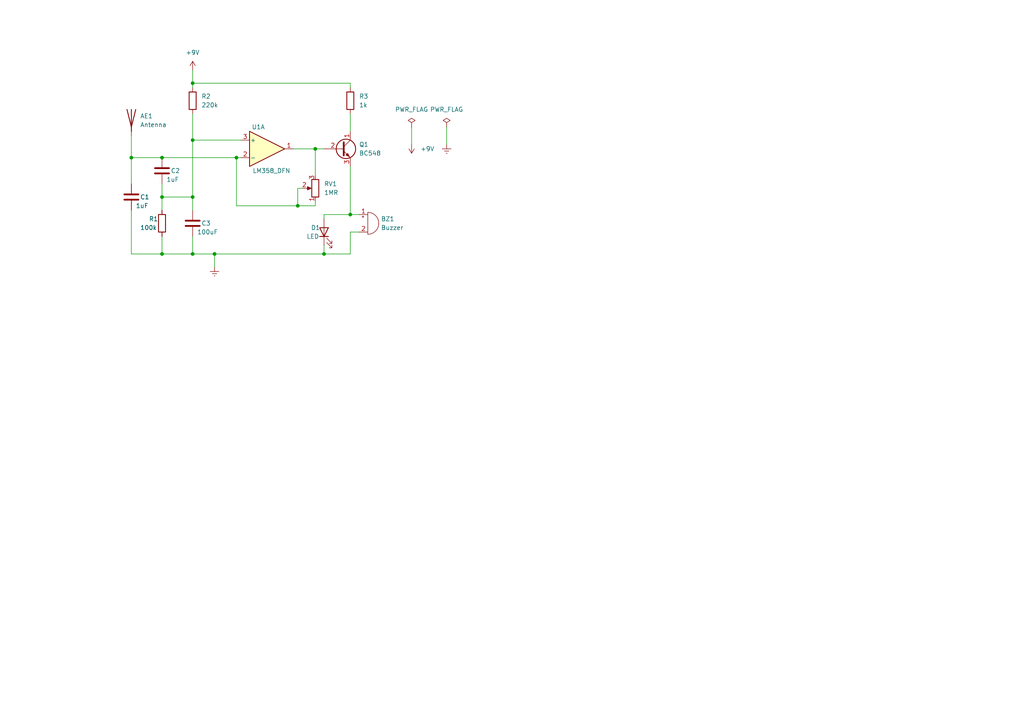
<source format=kicad_sch>
(kicad_sch (version 20211123) (generator eeschema)

  (uuid 81a223d7-708b-4016-85e6-e5edc96fb982)

  (paper "A4")

  (title_block
    (title "Mobile Signal Finder")
    (date "2022-05-07")
    (rev "V1.1.")
    (company "zhrzkn")
  )

  (lib_symbols
    (symbol "Amplifier_Operational:LM358_DFN" (pin_names (offset 0.127)) (in_bom yes) (on_board yes)
      (property "Reference" "U" (id 0) (at 0 5.08 0)
        (effects (font (size 1.27 1.27)) (justify left))
      )
      (property "Value" "LM358_DFN" (id 1) (at 0 -5.08 0)
        (effects (font (size 1.27 1.27)) (justify left))
      )
      (property "Footprint" "Package_DFN_QFN:DFN-8-1EP_2x2mm_P0.5mm_EP1.05x1.75mm" (id 2) (at 0 0 0)
        (effects (font (size 1.27 1.27)) hide)
      )
      (property "Datasheet" "www.st.com/resource/en/datasheet/lm358.pdf" (id 3) (at 0 0 0)
        (effects (font (size 1.27 1.27)) hide)
      )
      (property "ki_locked" "" (id 4) (at 0 0 0)
        (effects (font (size 1.27 1.27)))
      )
      (property "ki_keywords" "dual opamp" (id 5) (at 0 0 0)
        (effects (font (size 1.27 1.27)) hide)
      )
      (property "ki_description" "Low-Power, Dual Operational Amplifiers, DFN-8" (id 6) (at 0 0 0)
        (effects (font (size 1.27 1.27)) hide)
      )
      (property "ki_fp_filters" "DFN*2x2mm*P0.5mm*" (id 7) (at 0 0 0)
        (effects (font (size 1.27 1.27)) hide)
      )
      (symbol "LM358_DFN_1_1"
        (polyline
          (pts
            (xy -5.08 5.08)
            (xy 5.08 0)
            (xy -5.08 -5.08)
            (xy -5.08 5.08)
          )
          (stroke (width 0.254) (type default) (color 0 0 0 0))
          (fill (type background))
        )
        (pin output line (at 7.62 0 180) (length 2.54)
          (name "~" (effects (font (size 1.27 1.27))))
          (number "1" (effects (font (size 1.27 1.27))))
        )
        (pin input line (at -7.62 -2.54 0) (length 2.54)
          (name "-" (effects (font (size 1.27 1.27))))
          (number "2" (effects (font (size 1.27 1.27))))
        )
        (pin input line (at -7.62 2.54 0) (length 2.54)
          (name "+" (effects (font (size 1.27 1.27))))
          (number "3" (effects (font (size 1.27 1.27))))
        )
      )
      (symbol "LM358_DFN_2_1"
        (polyline
          (pts
            (xy -5.08 5.08)
            (xy 5.08 0)
            (xy -5.08 -5.08)
            (xy -5.08 5.08)
          )
          (stroke (width 0.254) (type default) (color 0 0 0 0))
          (fill (type background))
        )
        (pin input line (at -7.62 2.54 0) (length 2.54)
          (name "+" (effects (font (size 1.27 1.27))))
          (number "5" (effects (font (size 1.27 1.27))))
        )
        (pin input line (at -7.62 -2.54 0) (length 2.54)
          (name "-" (effects (font (size 1.27 1.27))))
          (number "6" (effects (font (size 1.27 1.27))))
        )
        (pin output line (at 7.62 0 180) (length 2.54)
          (name "~" (effects (font (size 1.27 1.27))))
          (number "7" (effects (font (size 1.27 1.27))))
        )
      )
      (symbol "LM358_DFN_3_1"
        (pin power_in line (at -2.54 -7.62 90) (length 3.81)
          (name "V-" (effects (font (size 1.27 1.27))))
          (number "4" (effects (font (size 1.27 1.27))))
        )
        (pin power_in line (at -2.54 7.62 270) (length 3.81)
          (name "V+" (effects (font (size 1.27 1.27))))
          (number "8" (effects (font (size 1.27 1.27))))
        )
        (pin power_in line (at 0 -7.62 90) (length 5.08)
          (name "PAD" (effects (font (size 1.27 1.27))))
          (number "9" (effects (font (size 1.27 1.27))))
        )
      )
    )
    (symbol "Device:Antenna" (pin_numbers hide) (pin_names (offset 1.016) hide) (in_bom yes) (on_board yes)
      (property "Reference" "AE" (id 0) (at -1.905 1.905 0)
        (effects (font (size 1.27 1.27)) (justify right))
      )
      (property "Value" "Antenna" (id 1) (at -1.905 0 0)
        (effects (font (size 1.27 1.27)) (justify right))
      )
      (property "Footprint" "" (id 2) (at 0 0 0)
        (effects (font (size 1.27 1.27)) hide)
      )
      (property "Datasheet" "~" (id 3) (at 0 0 0)
        (effects (font (size 1.27 1.27)) hide)
      )
      (property "ki_keywords" "antenna" (id 4) (at 0 0 0)
        (effects (font (size 1.27 1.27)) hide)
      )
      (property "ki_description" "Antenna" (id 5) (at 0 0 0)
        (effects (font (size 1.27 1.27)) hide)
      )
      (symbol "Antenna_0_1"
        (polyline
          (pts
            (xy 0 2.54)
            (xy 0 -3.81)
          )
          (stroke (width 0.254) (type default) (color 0 0 0 0))
          (fill (type none))
        )
        (polyline
          (pts
            (xy 1.27 2.54)
            (xy 0 -2.54)
            (xy -1.27 2.54)
          )
          (stroke (width 0.254) (type default) (color 0 0 0 0))
          (fill (type none))
        )
      )
      (symbol "Antenna_1_1"
        (pin input line (at 0 -5.08 90) (length 2.54)
          (name "A" (effects (font (size 1.27 1.27))))
          (number "1" (effects (font (size 1.27 1.27))))
        )
      )
    )
    (symbol "Device:Buzzer" (pin_names (offset 0.0254) hide) (in_bom yes) (on_board yes)
      (property "Reference" "BZ" (id 0) (at 3.81 1.27 0)
        (effects (font (size 1.27 1.27)) (justify left))
      )
      (property "Value" "Buzzer" (id 1) (at 3.81 -1.27 0)
        (effects (font (size 1.27 1.27)) (justify left))
      )
      (property "Footprint" "" (id 2) (at -0.635 2.54 90)
        (effects (font (size 1.27 1.27)) hide)
      )
      (property "Datasheet" "~" (id 3) (at -0.635 2.54 90)
        (effects (font (size 1.27 1.27)) hide)
      )
      (property "ki_keywords" "quartz resonator ceramic" (id 4) (at 0 0 0)
        (effects (font (size 1.27 1.27)) hide)
      )
      (property "ki_description" "Buzzer, polarized" (id 5) (at 0 0 0)
        (effects (font (size 1.27 1.27)) hide)
      )
      (property "ki_fp_filters" "*Buzzer*" (id 6) (at 0 0 0)
        (effects (font (size 1.27 1.27)) hide)
      )
      (symbol "Buzzer_0_1"
        (arc (start 0 -3.175) (mid 3.175 0) (end 0 3.175)
          (stroke (width 0) (type default) (color 0 0 0 0))
          (fill (type none))
        )
        (polyline
          (pts
            (xy -1.651 1.905)
            (xy -1.143 1.905)
          )
          (stroke (width 0) (type default) (color 0 0 0 0))
          (fill (type none))
        )
        (polyline
          (pts
            (xy -1.397 2.159)
            (xy -1.397 1.651)
          )
          (stroke (width 0) (type default) (color 0 0 0 0))
          (fill (type none))
        )
        (polyline
          (pts
            (xy 0 3.175)
            (xy 0 -3.175)
          )
          (stroke (width 0) (type default) (color 0 0 0 0))
          (fill (type none))
        )
      )
      (symbol "Buzzer_1_1"
        (pin passive line (at -2.54 2.54 0) (length 2.54)
          (name "-" (effects (font (size 1.27 1.27))))
          (number "1" (effects (font (size 1.27 1.27))))
        )
        (pin passive line (at -2.54 -2.54 0) (length 2.54)
          (name "+" (effects (font (size 1.27 1.27))))
          (number "2" (effects (font (size 1.27 1.27))))
        )
      )
    )
    (symbol "Device:C" (pin_numbers hide) (pin_names (offset 0.254)) (in_bom yes) (on_board yes)
      (property "Reference" "C" (id 0) (at 0.635 2.54 0)
        (effects (font (size 1.27 1.27)) (justify left))
      )
      (property "Value" "C" (id 1) (at 0.635 -2.54 0)
        (effects (font (size 1.27 1.27)) (justify left))
      )
      (property "Footprint" "" (id 2) (at 0.9652 -3.81 0)
        (effects (font (size 1.27 1.27)) hide)
      )
      (property "Datasheet" "~" (id 3) (at 0 0 0)
        (effects (font (size 1.27 1.27)) hide)
      )
      (property "ki_keywords" "cap capacitor" (id 4) (at 0 0 0)
        (effects (font (size 1.27 1.27)) hide)
      )
      (property "ki_description" "Unpolarized capacitor" (id 5) (at 0 0 0)
        (effects (font (size 1.27 1.27)) hide)
      )
      (property "ki_fp_filters" "C_*" (id 6) (at 0 0 0)
        (effects (font (size 1.27 1.27)) hide)
      )
      (symbol "C_0_1"
        (polyline
          (pts
            (xy -2.032 -0.762)
            (xy 2.032 -0.762)
          )
          (stroke (width 0.508) (type default) (color 0 0 0 0))
          (fill (type none))
        )
        (polyline
          (pts
            (xy -2.032 0.762)
            (xy 2.032 0.762)
          )
          (stroke (width 0.508) (type default) (color 0 0 0 0))
          (fill (type none))
        )
      )
      (symbol "C_1_1"
        (pin passive line (at 0 3.81 270) (length 2.794)
          (name "~" (effects (font (size 1.27 1.27))))
          (number "1" (effects (font (size 1.27 1.27))))
        )
        (pin passive line (at 0 -3.81 90) (length 2.794)
          (name "~" (effects (font (size 1.27 1.27))))
          (number "2" (effects (font (size 1.27 1.27))))
        )
      )
    )
    (symbol "Device:LED" (pin_numbers hide) (pin_names (offset 1.016) hide) (in_bom yes) (on_board yes)
      (property "Reference" "D" (id 0) (at 0 2.54 0)
        (effects (font (size 1.27 1.27)))
      )
      (property "Value" "LED" (id 1) (at 0 -2.54 0)
        (effects (font (size 1.27 1.27)))
      )
      (property "Footprint" "" (id 2) (at 0 0 0)
        (effects (font (size 1.27 1.27)) hide)
      )
      (property "Datasheet" "~" (id 3) (at 0 0 0)
        (effects (font (size 1.27 1.27)) hide)
      )
      (property "ki_keywords" "LED diode" (id 4) (at 0 0 0)
        (effects (font (size 1.27 1.27)) hide)
      )
      (property "ki_description" "Light emitting diode" (id 5) (at 0 0 0)
        (effects (font (size 1.27 1.27)) hide)
      )
      (property "ki_fp_filters" "LED* LED_SMD:* LED_THT:*" (id 6) (at 0 0 0)
        (effects (font (size 1.27 1.27)) hide)
      )
      (symbol "LED_0_1"
        (polyline
          (pts
            (xy -1.27 -1.27)
            (xy -1.27 1.27)
          )
          (stroke (width 0.254) (type default) (color 0 0 0 0))
          (fill (type none))
        )
        (polyline
          (pts
            (xy -1.27 0)
            (xy 1.27 0)
          )
          (stroke (width 0) (type default) (color 0 0 0 0))
          (fill (type none))
        )
        (polyline
          (pts
            (xy 1.27 -1.27)
            (xy 1.27 1.27)
            (xy -1.27 0)
            (xy 1.27 -1.27)
          )
          (stroke (width 0.254) (type default) (color 0 0 0 0))
          (fill (type none))
        )
        (polyline
          (pts
            (xy -3.048 -0.762)
            (xy -4.572 -2.286)
            (xy -3.81 -2.286)
            (xy -4.572 -2.286)
            (xy -4.572 -1.524)
          )
          (stroke (width 0) (type default) (color 0 0 0 0))
          (fill (type none))
        )
        (polyline
          (pts
            (xy -1.778 -0.762)
            (xy -3.302 -2.286)
            (xy -2.54 -2.286)
            (xy -3.302 -2.286)
            (xy -3.302 -1.524)
          )
          (stroke (width 0) (type default) (color 0 0 0 0))
          (fill (type none))
        )
      )
      (symbol "LED_1_1"
        (pin passive line (at -3.81 0 0) (length 2.54)
          (name "K" (effects (font (size 1.27 1.27))))
          (number "1" (effects (font (size 1.27 1.27))))
        )
        (pin passive line (at 3.81 0 180) (length 2.54)
          (name "A" (effects (font (size 1.27 1.27))))
          (number "2" (effects (font (size 1.27 1.27))))
        )
      )
    )
    (symbol "Device:R" (pin_numbers hide) (pin_names (offset 0)) (in_bom yes) (on_board yes)
      (property "Reference" "R" (id 0) (at 2.032 0 90)
        (effects (font (size 1.27 1.27)))
      )
      (property "Value" "R" (id 1) (at 0 0 90)
        (effects (font (size 1.27 1.27)))
      )
      (property "Footprint" "" (id 2) (at -1.778 0 90)
        (effects (font (size 1.27 1.27)) hide)
      )
      (property "Datasheet" "~" (id 3) (at 0 0 0)
        (effects (font (size 1.27 1.27)) hide)
      )
      (property "ki_keywords" "R res resistor" (id 4) (at 0 0 0)
        (effects (font (size 1.27 1.27)) hide)
      )
      (property "ki_description" "Resistor" (id 5) (at 0 0 0)
        (effects (font (size 1.27 1.27)) hide)
      )
      (property "ki_fp_filters" "R_*" (id 6) (at 0 0 0)
        (effects (font (size 1.27 1.27)) hide)
      )
      (symbol "R_0_1"
        (rectangle (start -1.016 -2.54) (end 1.016 2.54)
          (stroke (width 0.254) (type default) (color 0 0 0 0))
          (fill (type none))
        )
      )
      (symbol "R_1_1"
        (pin passive line (at 0 3.81 270) (length 1.27)
          (name "~" (effects (font (size 1.27 1.27))))
          (number "1" (effects (font (size 1.27 1.27))))
        )
        (pin passive line (at 0 -3.81 90) (length 1.27)
          (name "~" (effects (font (size 1.27 1.27))))
          (number "2" (effects (font (size 1.27 1.27))))
        )
      )
    )
    (symbol "Device:R_Potentiometer" (pin_names (offset 1.016) hide) (in_bom yes) (on_board yes)
      (property "Reference" "RV" (id 0) (at -4.445 0 90)
        (effects (font (size 1.27 1.27)))
      )
      (property "Value" "R_Potentiometer" (id 1) (at -2.54 0 90)
        (effects (font (size 1.27 1.27)))
      )
      (property "Footprint" "" (id 2) (at 0 0 0)
        (effects (font (size 1.27 1.27)) hide)
      )
      (property "Datasheet" "~" (id 3) (at 0 0 0)
        (effects (font (size 1.27 1.27)) hide)
      )
      (property "ki_keywords" "resistor variable" (id 4) (at 0 0 0)
        (effects (font (size 1.27 1.27)) hide)
      )
      (property "ki_description" "Potentiometer" (id 5) (at 0 0 0)
        (effects (font (size 1.27 1.27)) hide)
      )
      (property "ki_fp_filters" "Potentiometer*" (id 6) (at 0 0 0)
        (effects (font (size 1.27 1.27)) hide)
      )
      (symbol "R_Potentiometer_0_1"
        (polyline
          (pts
            (xy 2.54 0)
            (xy 1.524 0)
          )
          (stroke (width 0) (type default) (color 0 0 0 0))
          (fill (type none))
        )
        (polyline
          (pts
            (xy 1.143 0)
            (xy 2.286 0.508)
            (xy 2.286 -0.508)
            (xy 1.143 0)
          )
          (stroke (width 0) (type default) (color 0 0 0 0))
          (fill (type outline))
        )
        (rectangle (start 1.016 2.54) (end -1.016 -2.54)
          (stroke (width 0.254) (type default) (color 0 0 0 0))
          (fill (type none))
        )
      )
      (symbol "R_Potentiometer_1_1"
        (pin passive line (at 0 3.81 270) (length 1.27)
          (name "1" (effects (font (size 1.27 1.27))))
          (number "1" (effects (font (size 1.27 1.27))))
        )
        (pin passive line (at 3.81 0 180) (length 1.27)
          (name "2" (effects (font (size 1.27 1.27))))
          (number "2" (effects (font (size 1.27 1.27))))
        )
        (pin passive line (at 0 -3.81 90) (length 1.27)
          (name "3" (effects (font (size 1.27 1.27))))
          (number "3" (effects (font (size 1.27 1.27))))
        )
      )
    )
    (symbol "Transistor_BJT:BC548" (pin_names (offset 0) hide) (in_bom yes) (on_board yes)
      (property "Reference" "Q" (id 0) (at 5.08 1.905 0)
        (effects (font (size 1.27 1.27)) (justify left))
      )
      (property "Value" "BC548" (id 1) (at 5.08 0 0)
        (effects (font (size 1.27 1.27)) (justify left))
      )
      (property "Footprint" "Package_TO_SOT_THT:TO-92_Inline" (id 2) (at 5.08 -1.905 0)
        (effects (font (size 1.27 1.27) italic) (justify left) hide)
      )
      (property "Datasheet" "https://www.onsemi.com/pub/Collateral/BC550-D.pdf" (id 3) (at 0 0 0)
        (effects (font (size 1.27 1.27)) (justify left) hide)
      )
      (property "ki_keywords" "NPN Transistor" (id 4) (at 0 0 0)
        (effects (font (size 1.27 1.27)) hide)
      )
      (property "ki_description" "0.1A Ic, 30V Vce, Small Signal NPN Transistor, TO-92" (id 5) (at 0 0 0)
        (effects (font (size 1.27 1.27)) hide)
      )
      (property "ki_fp_filters" "TO?92*" (id 6) (at 0 0 0)
        (effects (font (size 1.27 1.27)) hide)
      )
      (symbol "BC548_0_1"
        (polyline
          (pts
            (xy 0 0)
            (xy 0.635 0)
          )
          (stroke (width 0) (type default) (color 0 0 0 0))
          (fill (type none))
        )
        (polyline
          (pts
            (xy 0.635 0.635)
            (xy 2.54 2.54)
          )
          (stroke (width 0) (type default) (color 0 0 0 0))
          (fill (type none))
        )
        (polyline
          (pts
            (xy 0.635 -0.635)
            (xy 2.54 -2.54)
            (xy 2.54 -2.54)
          )
          (stroke (width 0) (type default) (color 0 0 0 0))
          (fill (type none))
        )
        (polyline
          (pts
            (xy 0.635 1.905)
            (xy 0.635 -1.905)
            (xy 0.635 -1.905)
          )
          (stroke (width 0.508) (type default) (color 0 0 0 0))
          (fill (type none))
        )
        (polyline
          (pts
            (xy 1.27 -1.778)
            (xy 1.778 -1.27)
            (xy 2.286 -2.286)
            (xy 1.27 -1.778)
            (xy 1.27 -1.778)
          )
          (stroke (width 0) (type default) (color 0 0 0 0))
          (fill (type outline))
        )
        (circle (center 1.27 0) (radius 2.8194)
          (stroke (width 0.254) (type default) (color 0 0 0 0))
          (fill (type none))
        )
      )
      (symbol "BC548_1_1"
        (pin passive line (at 2.54 5.08 270) (length 2.54)
          (name "C" (effects (font (size 1.27 1.27))))
          (number "1" (effects (font (size 1.27 1.27))))
        )
        (pin input line (at -5.08 0 0) (length 5.08)
          (name "B" (effects (font (size 1.27 1.27))))
          (number "2" (effects (font (size 1.27 1.27))))
        )
        (pin passive line (at 2.54 -5.08 90) (length 2.54)
          (name "E" (effects (font (size 1.27 1.27))))
          (number "3" (effects (font (size 1.27 1.27))))
        )
      )
    )
    (symbol "power:+9V" (power) (pin_names (offset 0)) (in_bom yes) (on_board yes)
      (property "Reference" "#PWR" (id 0) (at 0 -3.81 0)
        (effects (font (size 1.27 1.27)) hide)
      )
      (property "Value" "+9V" (id 1) (at 0 3.556 0)
        (effects (font (size 1.27 1.27)))
      )
      (property "Footprint" "" (id 2) (at 0 0 0)
        (effects (font (size 1.27 1.27)) hide)
      )
      (property "Datasheet" "" (id 3) (at 0 0 0)
        (effects (font (size 1.27 1.27)) hide)
      )
      (property "ki_keywords" "power-flag" (id 4) (at 0 0 0)
        (effects (font (size 1.27 1.27)) hide)
      )
      (property "ki_description" "Power symbol creates a global label with name \"+9V\"" (id 5) (at 0 0 0)
        (effects (font (size 1.27 1.27)) hide)
      )
      (symbol "+9V_0_1"
        (polyline
          (pts
            (xy -0.762 1.27)
            (xy 0 2.54)
          )
          (stroke (width 0) (type default) (color 0 0 0 0))
          (fill (type none))
        )
        (polyline
          (pts
            (xy 0 0)
            (xy 0 2.54)
          )
          (stroke (width 0) (type default) (color 0 0 0 0))
          (fill (type none))
        )
        (polyline
          (pts
            (xy 0 2.54)
            (xy 0.762 1.27)
          )
          (stroke (width 0) (type default) (color 0 0 0 0))
          (fill (type none))
        )
      )
      (symbol "+9V_1_1"
        (pin power_in line (at 0 0 90) (length 0) hide
          (name "+9V" (effects (font (size 1.27 1.27))))
          (number "1" (effects (font (size 1.27 1.27))))
        )
      )
    )
    (symbol "power:Earth" (power) (pin_names (offset 0)) (in_bom yes) (on_board yes)
      (property "Reference" "#PWR" (id 0) (at 0 -6.35 0)
        (effects (font (size 1.27 1.27)) hide)
      )
      (property "Value" "Earth" (id 1) (at 0 -3.81 0)
        (effects (font (size 1.27 1.27)) hide)
      )
      (property "Footprint" "" (id 2) (at 0 0 0)
        (effects (font (size 1.27 1.27)) hide)
      )
      (property "Datasheet" "~" (id 3) (at 0 0 0)
        (effects (font (size 1.27 1.27)) hide)
      )
      (property "ki_keywords" "power-flag ground gnd" (id 4) (at 0 0 0)
        (effects (font (size 1.27 1.27)) hide)
      )
      (property "ki_description" "Power symbol creates a global label with name \"Earth\"" (id 5) (at 0 0 0)
        (effects (font (size 1.27 1.27)) hide)
      )
      (symbol "Earth_0_1"
        (polyline
          (pts
            (xy -0.635 -1.905)
            (xy 0.635 -1.905)
          )
          (stroke (width 0) (type default) (color 0 0 0 0))
          (fill (type none))
        )
        (polyline
          (pts
            (xy -0.127 -2.54)
            (xy 0.127 -2.54)
          )
          (stroke (width 0) (type default) (color 0 0 0 0))
          (fill (type none))
        )
        (polyline
          (pts
            (xy 0 -1.27)
            (xy 0 0)
          )
          (stroke (width 0) (type default) (color 0 0 0 0))
          (fill (type none))
        )
        (polyline
          (pts
            (xy 1.27 -1.27)
            (xy -1.27 -1.27)
          )
          (stroke (width 0) (type default) (color 0 0 0 0))
          (fill (type none))
        )
      )
      (symbol "Earth_1_1"
        (pin power_in line (at 0 0 270) (length 0) hide
          (name "Earth" (effects (font (size 1.27 1.27))))
          (number "1" (effects (font (size 1.27 1.27))))
        )
      )
    )
    (symbol "power:PWR_FLAG" (power) (pin_numbers hide) (pin_names (offset 0) hide) (in_bom yes) (on_board yes)
      (property "Reference" "#FLG" (id 0) (at 0 1.905 0)
        (effects (font (size 1.27 1.27)) hide)
      )
      (property "Value" "PWR_FLAG" (id 1) (at 0 3.81 0)
        (effects (font (size 1.27 1.27)))
      )
      (property "Footprint" "" (id 2) (at 0 0 0)
        (effects (font (size 1.27 1.27)) hide)
      )
      (property "Datasheet" "~" (id 3) (at 0 0 0)
        (effects (font (size 1.27 1.27)) hide)
      )
      (property "ki_keywords" "power-flag" (id 4) (at 0 0 0)
        (effects (font (size 1.27 1.27)) hide)
      )
      (property "ki_description" "Special symbol for telling ERC where power comes from" (id 5) (at 0 0 0)
        (effects (font (size 1.27 1.27)) hide)
      )
      (symbol "PWR_FLAG_0_0"
        (pin power_out line (at 0 0 90) (length 0)
          (name "pwr" (effects (font (size 1.27 1.27))))
          (number "1" (effects (font (size 1.27 1.27))))
        )
      )
      (symbol "PWR_FLAG_0_1"
        (polyline
          (pts
            (xy 0 0)
            (xy 0 1.27)
            (xy -1.016 1.905)
            (xy 0 2.54)
            (xy 1.016 1.905)
            (xy 0 1.27)
          )
          (stroke (width 0) (type default) (color 0 0 0 0))
          (fill (type none))
        )
      )
    )
  )

  (junction (at 93.98 73.66) (diameter 0) (color 0 0 0 0)
    (uuid 103358ab-123f-4130-bd58-da8f75069940)
  )
  (junction (at 46.99 73.66) (diameter 0) (color 0 0 0 0)
    (uuid 28163351-026d-4e1f-afda-1fd77865de96)
  )
  (junction (at 46.99 57.15) (diameter 0) (color 0 0 0 0)
    (uuid 2b4f6f94-e6ee-48b8-b15e-07c9850877b2)
  )
  (junction (at 55.88 57.15) (diameter 0) (color 0 0 0 0)
    (uuid 4e5923fe-aa1a-482a-9edc-a2adca1871f2)
  )
  (junction (at 68.58 45.72) (diameter 0) (color 0 0 0 0)
    (uuid 53372ccd-0092-4625-a23e-67d8562e2998)
  )
  (junction (at 101.6 62.23) (diameter 0) (color 0 0 0 0)
    (uuid 608fc765-e955-4823-81b8-f36a342bd4b3)
  )
  (junction (at 91.44 43.18) (diameter 0) (color 0 0 0 0)
    (uuid 91b71512-86d9-4f30-8826-c3a346b527c5)
  )
  (junction (at 46.99 45.72) (diameter 0) (color 0 0 0 0)
    (uuid 9d2f0521-2f4d-4087-8e04-8fb9daa99c6b)
  )
  (junction (at 38.1 45.72) (diameter 0) (color 0 0 0 0)
    (uuid a141e65f-42c4-448c-8c7b-53ff5b6a9378)
  )
  (junction (at 55.88 73.66) (diameter 0) (color 0 0 0 0)
    (uuid a587b95e-4c52-461b-8a2d-f2659e5c5254)
  )
  (junction (at 55.88 40.64) (diameter 0) (color 0 0 0 0)
    (uuid aea07760-b207-4d12-bf6c-6453987b533e)
  )
  (junction (at 86.36 59.69) (diameter 0) (color 0 0 0 0)
    (uuid bcc89950-a7d5-43a1-ac8b-8b84ef79dfe2)
  )
  (junction (at 62.23 73.66) (diameter 0) (color 0 0 0 0)
    (uuid c22ba238-44b4-4369-ad3e-9761e642521c)
  )
  (junction (at 55.88 24.13) (diameter 0) (color 0 0 0 0)
    (uuid e6b6a107-3015-4ec3-a692-1aed569a12c0)
  )

  (wire (pts (xy 38.1 45.72) (xy 46.99 45.72))
    (stroke (width 0) (type default) (color 0 0 0 0))
    (uuid 081ad487-92e7-4882-b8bf-d9e9bc49c8e8)
  )
  (wire (pts (xy 129.54 36.83) (xy 129.54 41.91))
    (stroke (width 0) (type default) (color 0 0 0 0))
    (uuid 0c168ca6-9b4f-4a14-b862-2e0d1c664477)
  )
  (wire (pts (xy 101.6 67.31) (xy 104.14 67.31))
    (stroke (width 0) (type default) (color 0 0 0 0))
    (uuid 100f5172-a35e-4e45-aaef-06b0fe13a13d)
  )
  (wire (pts (xy 93.98 71.12) (xy 93.98 73.66))
    (stroke (width 0) (type default) (color 0 0 0 0))
    (uuid 15d7adac-0142-4c6a-9b13-023d64074a94)
  )
  (wire (pts (xy 38.1 73.66) (xy 46.99 73.66))
    (stroke (width 0) (type default) (color 0 0 0 0))
    (uuid 287ecd6d-e2ff-4ad1-9287-820a0db6924f)
  )
  (wire (pts (xy 55.88 73.66) (xy 55.88 68.58))
    (stroke (width 0) (type default) (color 0 0 0 0))
    (uuid 32022b38-46fa-43af-be29-e3870f3b10cd)
  )
  (wire (pts (xy 91.44 59.69) (xy 91.44 58.42))
    (stroke (width 0) (type default) (color 0 0 0 0))
    (uuid 359a5959-32f4-4ef7-a143-9659d561f155)
  )
  (wire (pts (xy 38.1 39.37) (xy 38.1 45.72))
    (stroke (width 0) (type default) (color 0 0 0 0))
    (uuid 37ed7e70-3d37-494c-b8df-ee04c82acb5c)
  )
  (wire (pts (xy 62.23 73.66) (xy 62.23 77.47))
    (stroke (width 0) (type default) (color 0 0 0 0))
    (uuid 38fdeef3-e2cc-4506-a8bb-e21bb02cf6d6)
  )
  (wire (pts (xy 91.44 59.69) (xy 86.36 59.69))
    (stroke (width 0) (type default) (color 0 0 0 0))
    (uuid 3cf484f9-4a7e-4ce7-a55f-7388821614b8)
  )
  (wire (pts (xy 46.99 68.58) (xy 46.99 73.66))
    (stroke (width 0) (type default) (color 0 0 0 0))
    (uuid 410c1b6b-fcfe-489b-9ee5-b32dd10ed115)
  )
  (wire (pts (xy 46.99 57.15) (xy 46.99 60.96))
    (stroke (width 0) (type default) (color 0 0 0 0))
    (uuid 43d3ae3b-634e-4d42-ac49-76414a4667d2)
  )
  (wire (pts (xy 55.88 60.96) (xy 55.88 57.15))
    (stroke (width 0) (type default) (color 0 0 0 0))
    (uuid 54bf4524-aca0-4e13-b541-0e474bc0d1fd)
  )
  (wire (pts (xy 55.88 40.64) (xy 55.88 57.15))
    (stroke (width 0) (type default) (color 0 0 0 0))
    (uuid 570f9032-4fcc-49ab-9bdb-4558bf10ce28)
  )
  (wire (pts (xy 68.58 45.72) (xy 69.85 45.72))
    (stroke (width 0) (type default) (color 0 0 0 0))
    (uuid 57c6c5fb-9a95-4b49-9ecb-7fdcccafdec4)
  )
  (wire (pts (xy 68.58 59.69) (xy 68.58 45.72))
    (stroke (width 0) (type default) (color 0 0 0 0))
    (uuid 696e245d-fb4c-4fb3-a38a-23d074daf885)
  )
  (wire (pts (xy 91.44 43.18) (xy 91.44 50.8))
    (stroke (width 0) (type default) (color 0 0 0 0))
    (uuid 6d67828c-f0b1-41aa-bbdb-9125ecfd1066)
  )
  (wire (pts (xy 101.6 73.66) (xy 101.6 67.31))
    (stroke (width 0) (type default) (color 0 0 0 0))
    (uuid 6db7bf07-8289-4e47-ab16-ab6c8b563765)
  )
  (wire (pts (xy 91.44 43.18) (xy 93.98 43.18))
    (stroke (width 0) (type default) (color 0 0 0 0))
    (uuid 750dfcc0-34f9-4d34-aa96-90d0c978bf13)
  )
  (wire (pts (xy 85.09 43.18) (xy 91.44 43.18))
    (stroke (width 0) (type default) (color 0 0 0 0))
    (uuid 769b1279-690a-404f-96ce-e50f06bae43a)
  )
  (wire (pts (xy 101.6 33.02) (xy 101.6 38.1))
    (stroke (width 0) (type default) (color 0 0 0 0))
    (uuid 7d97c420-61fb-4648-8f77-b96fb29a2ed3)
  )
  (wire (pts (xy 119.38 36.83) (xy 119.38 41.91))
    (stroke (width 0) (type default) (color 0 0 0 0))
    (uuid 7e14075c-b3d3-4900-b89e-59c6cd1aa7cd)
  )
  (wire (pts (xy 101.6 25.4) (xy 101.6 24.13))
    (stroke (width 0) (type default) (color 0 0 0 0))
    (uuid 7feb8dee-ce08-4677-a24e-a5f4c67ff609)
  )
  (wire (pts (xy 55.88 20.32) (xy 55.88 24.13))
    (stroke (width 0) (type default) (color 0 0 0 0))
    (uuid 8d185d48-3e60-4ad7-a98a-062a8a4c26c8)
  )
  (wire (pts (xy 93.98 73.66) (xy 101.6 73.66))
    (stroke (width 0) (type default) (color 0 0 0 0))
    (uuid 971c4d53-2e9e-4873-89bd-fc04fb0ed8be)
  )
  (wire (pts (xy 93.98 62.23) (xy 101.6 62.23))
    (stroke (width 0) (type default) (color 0 0 0 0))
    (uuid 98912681-6f2a-4688-a086-6e1b20d31499)
  )
  (wire (pts (xy 46.99 45.72) (xy 68.58 45.72))
    (stroke (width 0) (type default) (color 0 0 0 0))
    (uuid 999fad1b-8c6f-44ed-9021-60df54c18a59)
  )
  (wire (pts (xy 62.23 73.66) (xy 93.98 73.66))
    (stroke (width 0) (type default) (color 0 0 0 0))
    (uuid aa244b37-19fb-4d0e-89da-565688ef625e)
  )
  (wire (pts (xy 87.63 54.61) (xy 86.36 54.61))
    (stroke (width 0) (type default) (color 0 0 0 0))
    (uuid b4627c4f-4d1d-4bad-8723-47115155bbed)
  )
  (wire (pts (xy 86.36 54.61) (xy 86.36 59.69))
    (stroke (width 0) (type default) (color 0 0 0 0))
    (uuid b97ce544-2062-4497-8243-f85ef83fba7e)
  )
  (wire (pts (xy 46.99 53.34) (xy 46.99 57.15))
    (stroke (width 0) (type default) (color 0 0 0 0))
    (uuid c1ec6bbf-cb6b-4559-9be6-c4ed2a9eddc0)
  )
  (wire (pts (xy 38.1 53.34) (xy 38.1 45.72))
    (stroke (width 0) (type default) (color 0 0 0 0))
    (uuid c44330d2-9d41-427c-ad9d-1a425c6c111a)
  )
  (wire (pts (xy 101.6 62.23) (xy 104.14 62.23))
    (stroke (width 0) (type default) (color 0 0 0 0))
    (uuid d11793c4-802e-4192-8066-32561f5d8484)
  )
  (wire (pts (xy 101.6 48.26) (xy 101.6 62.23))
    (stroke (width 0) (type default) (color 0 0 0 0))
    (uuid d434f407-34a8-493a-8e21-7a9df02460a6)
  )
  (wire (pts (xy 55.88 73.66) (xy 62.23 73.66))
    (stroke (width 0) (type default) (color 0 0 0 0))
    (uuid d908fe93-3b2e-4185-932c-e1768f52179b)
  )
  (wire (pts (xy 93.98 63.5) (xy 93.98 62.23))
    (stroke (width 0) (type default) (color 0 0 0 0))
    (uuid d9f60225-566f-4e06-b401-d1236733e85a)
  )
  (wire (pts (xy 55.88 57.15) (xy 46.99 57.15))
    (stroke (width 0) (type default) (color 0 0 0 0))
    (uuid dc70f383-b86d-408e-9490-bbb425c31ead)
  )
  (wire (pts (xy 46.99 73.66) (xy 55.88 73.66))
    (stroke (width 0) (type default) (color 0 0 0 0))
    (uuid dfd47de3-c8db-4cd5-8f59-fd1926145802)
  )
  (wire (pts (xy 55.88 33.02) (xy 55.88 40.64))
    (stroke (width 0) (type default) (color 0 0 0 0))
    (uuid e78f0379-d6b0-409c-bcdb-05648d861bbe)
  )
  (wire (pts (xy 86.36 59.69) (xy 68.58 59.69))
    (stroke (width 0) (type default) (color 0 0 0 0))
    (uuid ec0da9df-fbb0-42a5-a9d6-a7533f58b62a)
  )
  (wire (pts (xy 55.88 24.13) (xy 55.88 25.4))
    (stroke (width 0) (type default) (color 0 0 0 0))
    (uuid ec87e326-b10d-4d31-b7e1-323862c3230e)
  )
  (wire (pts (xy 38.1 60.96) (xy 38.1 73.66))
    (stroke (width 0) (type default) (color 0 0 0 0))
    (uuid ef0cf95d-1f16-4c49-9015-86a25a72dc9e)
  )
  (wire (pts (xy 55.88 40.64) (xy 69.85 40.64))
    (stroke (width 0) (type default) (color 0 0 0 0))
    (uuid f6475d32-f369-46c3-8888-beea3ca9e9c0)
  )
  (wire (pts (xy 101.6 24.13) (xy 55.88 24.13))
    (stroke (width 0) (type default) (color 0 0 0 0))
    (uuid f71e3c9f-02d7-433e-98aa-14c569d800e9)
  )

  (symbol (lib_id "power:PWR_FLAG") (at 129.54 36.83 0) (unit 1)
    (in_bom yes) (on_board yes) (fields_autoplaced)
    (uuid 1a87d493-b665-4b2e-a295-1a9904becd1a)
    (property "Reference" "#FLG0102" (id 0) (at 129.54 34.925 0)
      (effects (font (size 1.27 1.27)) hide)
    )
    (property "Value" "PWR_FLAG" (id 1) (at 129.54 31.75 0))
    (property "Footprint" "" (id 2) (at 129.54 36.83 0)
      (effects (font (size 1.27 1.27)) hide)
    )
    (property "Datasheet" "~" (id 3) (at 129.54 36.83 0)
      (effects (font (size 1.27 1.27)) hide)
    )
    (pin "1" (uuid c5fdf373-b4ac-4232-a87f-d5c6b1eaf7a1))
  )

  (symbol (lib_id "Device:Antenna") (at 38.1 34.29 0) (unit 1)
    (in_bom yes) (on_board yes) (fields_autoplaced)
    (uuid 32ffa591-6244-4beb-b8b9-6cd299aaa751)
    (property "Reference" "AE1" (id 0) (at 40.64 33.6549 0)
      (effects (font (size 1.27 1.27)) (justify left))
    )
    (property "Value" "Antenna" (id 1) (at 40.64 36.1949 0)
      (effects (font (size 1.27 1.27)) (justify left))
    )
    (property "Footprint" "RF_Antenna:Texas_SWRA117D_2.4GHz_Left" (id 2) (at 38.1 34.29 0)
      (effects (font (size 1.27 1.27)) hide)
    )
    (property "Datasheet" "~" (id 3) (at 38.1 34.29 0)
      (effects (font (size 1.27 1.27)) hide)
    )
    (pin "1" (uuid 772105e7-23f7-459b-84c2-93926b80b394))
  )

  (symbol (lib_id "Device:R") (at 101.6 29.21 0) (unit 1)
    (in_bom yes) (on_board yes) (fields_autoplaced)
    (uuid 3451766a-8c46-42e6-b6c3-3600504b8da8)
    (property "Reference" "R3" (id 0) (at 104.14 27.9399 0)
      (effects (font (size 1.27 1.27)) (justify left))
    )
    (property "Value" "1k" (id 1) (at 104.14 30.4799 0)
      (effects (font (size 1.27 1.27)) (justify left))
    )
    (property "Footprint" "Resistor_SMD:R_0805_2012Metric" (id 2) (at 99.822 29.21 90)
      (effects (font (size 1.27 1.27)) hide)
    )
    (property "Datasheet" "~" (id 3) (at 101.6 29.21 0)
      (effects (font (size 1.27 1.27)) hide)
    )
    (pin "1" (uuid db484834-b361-41d4-965b-2c233d38762a))
    (pin "2" (uuid 9416ef18-bec5-4bc4-a5bd-3d53cec192dd))
  )

  (symbol (lib_id "Device:R") (at 46.99 64.77 0) (unit 1)
    (in_bom yes) (on_board yes)
    (uuid 5a7d3259-25eb-4455-94ad-ab3c56966dd3)
    (property "Reference" "R1" (id 0) (at 43.18 63.5 0)
      (effects (font (size 1.27 1.27)) (justify left))
    )
    (property "Value" "100k" (id 1) (at 40.64 66.04 0)
      (effects (font (size 1.27 1.27)) (justify left))
    )
    (property "Footprint" "Resistor_SMD:R_0805_2012Metric" (id 2) (at 45.212 64.77 90)
      (effects (font (size 1.27 1.27)) hide)
    )
    (property "Datasheet" "~" (id 3) (at 46.99 64.77 0)
      (effects (font (size 1.27 1.27)) hide)
    )
    (pin "1" (uuid d1c1b278-399e-4ef8-a5f7-f73293a963cb))
    (pin "2" (uuid 30b08bc1-a9eb-438a-977b-71d6e1d4e23e))
  )

  (symbol (lib_id "power:Earth") (at 62.23 77.47 0) (unit 1)
    (in_bom yes) (on_board yes) (fields_autoplaced)
    (uuid 5deabca5-9aac-4db9-aa44-951f599b9ef5)
    (property "Reference" "#PWR02" (id 0) (at 62.23 83.82 0)
      (effects (font (size 1.27 1.27)) hide)
    )
    (property "Value" "Earth" (id 1) (at 62.23 81.28 0)
      (effects (font (size 1.27 1.27)) hide)
    )
    (property "Footprint" "" (id 2) (at 62.23 77.47 0)
      (effects (font (size 1.27 1.27)) hide)
    )
    (property "Datasheet" "~" (id 3) (at 62.23 77.47 0)
      (effects (font (size 1.27 1.27)) hide)
    )
    (pin "1" (uuid 3427b1ea-b214-4949-a47c-cd8496a49dc5))
  )

  (symbol (lib_id "power:+9V") (at 119.38 41.91 180) (unit 1)
    (in_bom yes) (on_board yes) (fields_autoplaced)
    (uuid 7222c817-eb48-42e9-82fa-19492c268c68)
    (property "Reference" "#PWR0101" (id 0) (at 119.38 38.1 0)
      (effects (font (size 1.27 1.27)) hide)
    )
    (property "Value" "+9V" (id 1) (at 121.92 43.1799 0)
      (effects (font (size 1.27 1.27)) (justify right))
    )
    (property "Footprint" "" (id 2) (at 119.38 41.91 0)
      (effects (font (size 1.27 1.27)) hide)
    )
    (property "Datasheet" "" (id 3) (at 119.38 41.91 0)
      (effects (font (size 1.27 1.27)) hide)
    )
    (pin "1" (uuid 411c39b4-d2af-442b-bea3-e8b22fac720f))
  )

  (symbol (lib_id "power:+9V") (at 55.88 20.32 0) (unit 1)
    (in_bom yes) (on_board yes) (fields_autoplaced)
    (uuid 82cc4292-ac22-42aa-9ccf-6c2f1c065ebe)
    (property "Reference" "#PWR01" (id 0) (at 55.88 24.13 0)
      (effects (font (size 1.27 1.27)) hide)
    )
    (property "Value" "+9V" (id 1) (at 55.88 15.24 0))
    (property "Footprint" "" (id 2) (at 55.88 20.32 0)
      (effects (font (size 1.27 1.27)) hide)
    )
    (property "Datasheet" "" (id 3) (at 55.88 20.32 0)
      (effects (font (size 1.27 1.27)) hide)
    )
    (pin "1" (uuid 787f3f54-3d35-4208-a7ae-cfcf2d7a3ef4))
  )

  (symbol (lib_id "power:Earth") (at 129.54 41.91 0) (unit 1)
    (in_bom yes) (on_board yes) (fields_autoplaced)
    (uuid 85ca0d33-9c50-4fab-a60b-c09ede22a1ed)
    (property "Reference" "#PWR0102" (id 0) (at 129.54 48.26 0)
      (effects (font (size 1.27 1.27)) hide)
    )
    (property "Value" "Earth" (id 1) (at 129.54 45.72 0)
      (effects (font (size 1.27 1.27)) hide)
    )
    (property "Footprint" "" (id 2) (at 129.54 41.91 0)
      (effects (font (size 1.27 1.27)) hide)
    )
    (property "Datasheet" "~" (id 3) (at 129.54 41.91 0)
      (effects (font (size 1.27 1.27)) hide)
    )
    (pin "1" (uuid 1b8eaad6-c8c7-4183-bfe0-6deaff264802))
  )

  (symbol (lib_id "Device:C") (at 55.88 64.77 0) (unit 1)
    (in_bom yes) (on_board yes)
    (uuid 8a97fef0-167b-4158-8999-bdb2f64b8110)
    (property "Reference" "C3" (id 0) (at 58.42 64.77 0)
      (effects (font (size 1.27 1.27)) (justify left))
    )
    (property "Value" "100uF" (id 1) (at 57.15 67.31 0)
      (effects (font (size 1.27 1.27)) (justify left))
    )
    (property "Footprint" "Capacitor_SMD:C_0805_2012Metric" (id 2) (at 56.8452 68.58 0)
      (effects (font (size 1.27 1.27)) hide)
    )
    (property "Datasheet" "~" (id 3) (at 55.88 64.77 0)
      (effects (font (size 1.27 1.27)) hide)
    )
    (pin "1" (uuid 27488f5b-1df7-4e20-85fc-bebc393f6bc5))
    (pin "2" (uuid 224fddbb-4e3f-42c0-99d9-7b804250f7e6))
  )

  (symbol (lib_id "Device:R_Potentiometer") (at 91.44 54.61 180) (unit 1)
    (in_bom yes) (on_board yes)
    (uuid 8b56fba2-f5ea-4fd5-aaa1-c4ec87c6afd9)
    (property "Reference" "RV1" (id 0) (at 93.98 53.3399 0)
      (effects (font (size 1.27 1.27)) (justify right))
    )
    (property "Value" "1MR" (id 1) (at 93.98 55.88 0)
      (effects (font (size 1.27 1.27)) (justify right))
    )
    (property "Footprint" "Potentiometer_THT:Potentiometer_Bourns_3009Y_Horizontal" (id 2) (at 91.44 54.61 0)
      (effects (font (size 1.27 1.27)) hide)
    )
    (property "Datasheet" "~" (id 3) (at 91.44 54.61 0)
      (effects (font (size 1.27 1.27)) hide)
    )
    (pin "1" (uuid 3a72dc67-f55c-4910-a953-f6d2487f5238))
    (pin "2" (uuid ddbc57cf-16ab-4147-b2f3-d61921d9f964))
    (pin "3" (uuid 1daaf785-fd21-478a-8933-9eb3b8b91530))
  )

  (symbol (lib_id "Device:C") (at 38.1 57.15 0) (unit 1)
    (in_bom yes) (on_board yes)
    (uuid 9032a86c-5ba7-4d69-a736-2cbaa9049de1)
    (property "Reference" "C1" (id 0) (at 40.64 57.15 0)
      (effects (font (size 1.27 1.27)) (justify left))
    )
    (property "Value" "1uF" (id 1) (at 39.37 59.69 0)
      (effects (font (size 1.27 1.27)) (justify left))
    )
    (property "Footprint" "Capacitor_SMD:C_0805_2012Metric" (id 2) (at 39.0652 60.96 0)
      (effects (font (size 1.27 1.27)) hide)
    )
    (property "Datasheet" "~" (id 3) (at 38.1 57.15 0)
      (effects (font (size 1.27 1.27)) hide)
    )
    (pin "1" (uuid 2f0c73d8-70c4-4333-a664-a661e0c836dd))
    (pin "2" (uuid 6fb97a93-31dc-4af6-abe1-699cb2bf72f3))
  )

  (symbol (lib_id "Device:C") (at 46.99 49.53 0) (unit 1)
    (in_bom yes) (on_board yes)
    (uuid 9c159ce6-37bb-4dab-be24-7dff78afea60)
    (property "Reference" "C2" (id 0) (at 49.53 49.53 0)
      (effects (font (size 1.27 1.27)) (justify left))
    )
    (property "Value" "1uF" (id 1) (at 48.26 52.07 0)
      (effects (font (size 1.27 1.27)) (justify left))
    )
    (property "Footprint" "Capacitor_SMD:C_0805_2012Metric" (id 2) (at 47.9552 53.34 0)
      (effects (font (size 1.27 1.27)) hide)
    )
    (property "Datasheet" "~" (id 3) (at 46.99 49.53 0)
      (effects (font (size 1.27 1.27)) hide)
    )
    (pin "1" (uuid 27dacc80-54db-46cd-aa5a-a8e967942a4f))
    (pin "2" (uuid 9295f505-1142-4b0d-b8e4-2442e6529ec3))
  )

  (symbol (lib_id "Device:Buzzer") (at 106.68 64.77 0) (unit 1)
    (in_bom yes) (on_board yes) (fields_autoplaced)
    (uuid a11c4933-8bde-43bf-b83f-bbca86cf1384)
    (property "Reference" "BZ1" (id 0) (at 110.49 63.4999 0)
      (effects (font (size 1.27 1.27)) (justify left))
    )
    (property "Value" "Buzzer" (id 1) (at 110.49 66.0399 0)
      (effects (font (size 1.27 1.27)) (justify left))
    )
    (property "Footprint" "Buzzer_Beeper:MagneticBuzzer_CUI_CST-931RP-A" (id 2) (at 106.045 62.23 90)
      (effects (font (size 1.27 1.27)) hide)
    )
    (property "Datasheet" "~" (id 3) (at 106.045 62.23 90)
      (effects (font (size 1.27 1.27)) hide)
    )
    (pin "1" (uuid c5df536f-5abc-40f3-bfc3-f38e7d16012e))
    (pin "2" (uuid 69c12296-0e10-4a43-b073-e6775bf5afe2))
  )

  (symbol (lib_id "Amplifier_Operational:LM358_DFN") (at 77.47 43.18 0) (unit 1)
    (in_bom yes) (on_board yes)
    (uuid aa3a60aa-826b-4298-8f48-a376e8b38e52)
    (property "Reference" "U1" (id 0) (at 74.93 36.83 0))
    (property "Value" "LM358_DFN" (id 1) (at 78.74 49.53 0))
    (property "Footprint" "Package_DFN_QFN:DFN-8-1EP_2x2mm_P0.5mm_EP1.05x1.75mm" (id 2) (at 77.47 43.18 0)
      (effects (font (size 1.27 1.27)) hide)
    )
    (property "Datasheet" "www.st.com/resource/en/datasheet/lm358.pdf" (id 3) (at 77.47 43.18 0)
      (effects (font (size 1.27 1.27)) hide)
    )
    (pin "1" (uuid 8af5b865-4d69-4eeb-b442-e801b2c95d07))
    (pin "2" (uuid 72467f44-6ec8-4854-966f-784da14e8941))
    (pin "3" (uuid 7cce7253-c530-44a6-a463-37782ad23f2e))
    (pin "5" (uuid 86a4d338-4295-4fb6-b688-a9f9a5cf3199))
    (pin "6" (uuid 0171e236-4055-4147-8c8f-1466d136bc93))
    (pin "7" (uuid 492d184a-49e1-439a-a7d1-d99c3879891f))
    (pin "4" (uuid 31fc67f6-7154-4e8e-867c-dbfff61cbe51))
    (pin "8" (uuid 2d5ce63b-c89b-41fa-9bde-710f8ad34246))
    (pin "9" (uuid 5d47775b-fb2e-4200-b1e8-1f80e6f1a31b))
  )

  (symbol (lib_id "Device:LED") (at 93.98 67.31 90) (unit 1)
    (in_bom yes) (on_board yes)
    (uuid b93f1997-e1b8-4666-b3d0-157c93bd871f)
    (property "Reference" "D1" (id 0) (at 90.17 66.04 90)
      (effects (font (size 1.27 1.27)) (justify right))
    )
    (property "Value" "LED" (id 1) (at 88.9 68.58 90)
      (effects (font (size 1.27 1.27)) (justify right))
    )
    (property "Footprint" "LED_THT:LED_D3.0mm" (id 2) (at 93.98 67.31 0)
      (effects (font (size 1.27 1.27)) hide)
    )
    (property "Datasheet" "~" (id 3) (at 93.98 67.31 0)
      (effects (font (size 1.27 1.27)) hide)
    )
    (pin "1" (uuid 7e932f84-2c52-472e-aca6-b64d3b51866a))
    (pin "2" (uuid e9ffb6e0-00be-47ea-8936-959d1c923be3))
  )

  (symbol (lib_id "Transistor_BJT:BC548") (at 99.06 43.18 0) (unit 1)
    (in_bom yes) (on_board yes) (fields_autoplaced)
    (uuid d75ff5fd-1b24-494e-b517-47654927b674)
    (property "Reference" "Q1" (id 0) (at 104.14 41.9099 0)
      (effects (font (size 1.27 1.27)) (justify left))
    )
    (property "Value" "BC548" (id 1) (at 104.14 44.4499 0)
      (effects (font (size 1.27 1.27)) (justify left))
    )
    (property "Footprint" "Package_TO_SOT_THT:TO-92_Inline" (id 2) (at 104.14 45.085 0)
      (effects (font (size 1.27 1.27) italic) (justify left) hide)
    )
    (property "Datasheet" "https://www.onsemi.com/pub/Collateral/BC550-D.pdf" (id 3) (at 99.06 43.18 0)
      (effects (font (size 1.27 1.27)) (justify left) hide)
    )
    (pin "1" (uuid ef716c9b-24f7-4dc1-8595-950a23715fd9))
    (pin "2" (uuid c90d1d8b-a978-40c7-851a-f950e75f525e))
    (pin "3" (uuid 6f2797b1-dda0-4cc9-8551-97c6e8530388))
  )

  (symbol (lib_id "Device:R") (at 55.88 29.21 0) (unit 1)
    (in_bom yes) (on_board yes) (fields_autoplaced)
    (uuid da3dc27e-53a9-4c62-9785-df4e2733bfd5)
    (property "Reference" "R2" (id 0) (at 58.42 27.9399 0)
      (effects (font (size 1.27 1.27)) (justify left))
    )
    (property "Value" "220k" (id 1) (at 58.42 30.4799 0)
      (effects (font (size 1.27 1.27)) (justify left))
    )
    (property "Footprint" "Resistor_SMD:R_0805_2012Metric" (id 2) (at 54.102 29.21 90)
      (effects (font (size 1.27 1.27)) hide)
    )
    (property "Datasheet" "~" (id 3) (at 55.88 29.21 0)
      (effects (font (size 1.27 1.27)) hide)
    )
    (pin "1" (uuid a1105522-6ab5-405e-9180-0848d7e1e19c))
    (pin "2" (uuid c426ba8d-d5fc-4550-bb42-056a994c42b6))
  )

  (symbol (lib_id "power:PWR_FLAG") (at 119.38 36.83 0) (unit 1)
    (in_bom yes) (on_board yes) (fields_autoplaced)
    (uuid f4fb611d-a71c-42e1-974f-905f5a642986)
    (property "Reference" "#FLG0101" (id 0) (at 119.38 34.925 0)
      (effects (font (size 1.27 1.27)) hide)
    )
    (property "Value" "PWR_FLAG" (id 1) (at 119.38 31.75 0))
    (property "Footprint" "" (id 2) (at 119.38 36.83 0)
      (effects (font (size 1.27 1.27)) hide)
    )
    (property "Datasheet" "~" (id 3) (at 119.38 36.83 0)
      (effects (font (size 1.27 1.27)) hide)
    )
    (pin "1" (uuid 108ec77d-4693-449d-b8e5-54abab1fdfef))
  )

  (sheet_instances
    (path "/" (page "1"))
  )

  (symbol_instances
    (path "/f4fb611d-a71c-42e1-974f-905f5a642986"
      (reference "#FLG0101") (unit 1) (value "PWR_FLAG") (footprint "")
    )
    (path "/1a87d493-b665-4b2e-a295-1a9904becd1a"
      (reference "#FLG0102") (unit 1) (value "PWR_FLAG") (footprint "")
    )
    (path "/82cc4292-ac22-42aa-9ccf-6c2f1c065ebe"
      (reference "#PWR01") (unit 1) (value "+9V") (footprint "")
    )
    (path "/5deabca5-9aac-4db9-aa44-951f599b9ef5"
      (reference "#PWR02") (unit 1) (value "Earth") (footprint "")
    )
    (path "/7222c817-eb48-42e9-82fa-19492c268c68"
      (reference "#PWR0101") (unit 1) (value "+9V") (footprint "")
    )
    (path "/85ca0d33-9c50-4fab-a60b-c09ede22a1ed"
      (reference "#PWR0102") (unit 1) (value "Earth") (footprint "")
    )
    (path "/32ffa591-6244-4beb-b8b9-6cd299aaa751"
      (reference "AE1") (unit 1) (value "Antenna") (footprint "RF_Antenna:Texas_SWRA117D_2.4GHz_Left")
    )
    (path "/a11c4933-8bde-43bf-b83f-bbca86cf1384"
      (reference "BZ1") (unit 1) (value "Buzzer") (footprint "Buzzer_Beeper:MagneticBuzzer_CUI_CST-931RP-A")
    )
    (path "/9032a86c-5ba7-4d69-a736-2cbaa9049de1"
      (reference "C1") (unit 1) (value "1uF") (footprint "Capacitor_SMD:C_0805_2012Metric")
    )
    (path "/9c159ce6-37bb-4dab-be24-7dff78afea60"
      (reference "C2") (unit 1) (value "1uF") (footprint "Capacitor_SMD:C_0805_2012Metric")
    )
    (path "/8a97fef0-167b-4158-8999-bdb2f64b8110"
      (reference "C3") (unit 1) (value "100uF") (footprint "Capacitor_SMD:C_0805_2012Metric")
    )
    (path "/b93f1997-e1b8-4666-b3d0-157c93bd871f"
      (reference "D1") (unit 1) (value "LED") (footprint "LED_THT:LED_D3.0mm")
    )
    (path "/d75ff5fd-1b24-494e-b517-47654927b674"
      (reference "Q1") (unit 1) (value "BC548") (footprint "Package_TO_SOT_THT:TO-92_Inline")
    )
    (path "/5a7d3259-25eb-4455-94ad-ab3c56966dd3"
      (reference "R1") (unit 1) (value "100k") (footprint "Resistor_SMD:R_0805_2012Metric")
    )
    (path "/da3dc27e-53a9-4c62-9785-df4e2733bfd5"
      (reference "R2") (unit 1) (value "220k") (footprint "Resistor_SMD:R_0805_2012Metric")
    )
    (path "/3451766a-8c46-42e6-b6c3-3600504b8da8"
      (reference "R3") (unit 1) (value "1k") (footprint "Resistor_SMD:R_0805_2012Metric")
    )
    (path "/8b56fba2-f5ea-4fd5-aaa1-c4ec87c6afd9"
      (reference "RV1") (unit 1) (value "1MR") (footprint "Potentiometer_THT:Potentiometer_Bourns_3009Y_Horizontal")
    )
    (path "/aa3a60aa-826b-4298-8f48-a376e8b38e52"
      (reference "U1") (unit 1) (value "LM358_DFN") (footprint "Package_DFN_QFN:DFN-8-1EP_2x2mm_P0.5mm_EP1.05x1.75mm")
    )
  )
)

</source>
